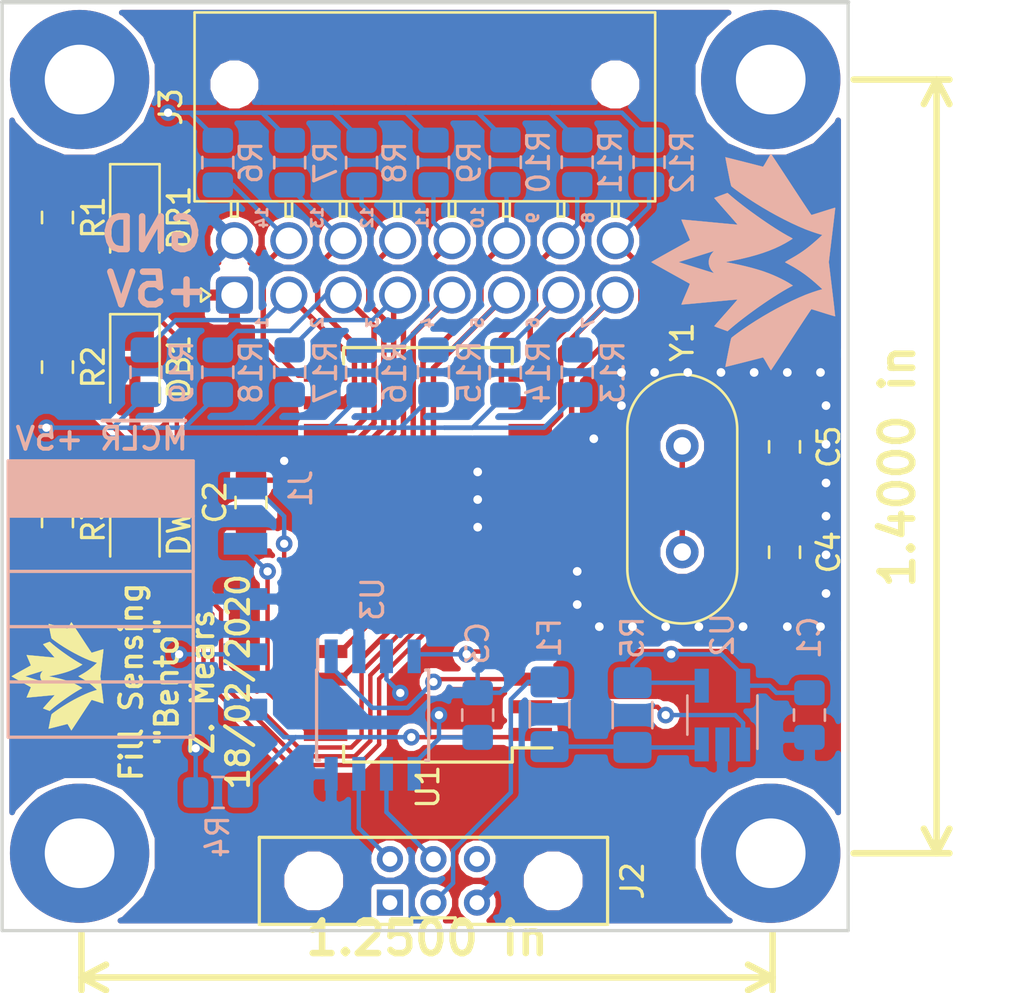
<source format=kicad_pcb>
(kicad_pcb (version 20171130) (host pcbnew "(5.0.1)-3")
  (layers (0 F.Cu signal) (31 B.Cu signal) (34 B.Paste user) (35 F.Paste user hide) (36 B.SilkS user) (37 F.SilkS user) (38 B.Mask user) (39 F.Mask user) (44 Edge.Cuts user))
  (net 0 "")
  (net 1 GND)
  (net 2 +5V)
  (net 3 "Net-(DB1-Pad1)")
  (net 4 "Net-(DR1-Pad1)")
  (net 5 "Net-(DW1-Pad1)")
  (net 6 "Net-(R1-Pad2)")
  (net 7 "Net-(R2-Pad2)")
  (net 8 "Net-(R3-Pad2)")
  (net 9 /~MCLR)
  (net 10 /HALL_14)
  (net 11 /HALL_13)
  (net 12 /HALL_12)
  (net 13 /HALL_11)
  (net 14 /HALL_10)
  (net 15 /HALL_9)
  (net 16 /HALL_8)
  (net 17 /HALL_7)
  (net 18 /HALL_6)
  (net 19 /HALL_5)
  (net 20 /HALL_4)
  (net 21 /HALL_3)
  (net 22 /HALL_2)
  (net 23 /HALL_1)
  (net 24 /CURR_AMP)
  (net 25 /OSC1)
  (net 26 /OSC2)
  (net 27 /CAN_TX)
  (net 28 /CAN_RX)
  (net 29 /ICSPCLK)
  (net 30 /ICSPDAT)
  (net 31 "Net-(F1-Pad1)")
  (net 32 "Net-(F1-Pad2)")
  (net 33 +12V)
  (net 34 CANL)
  (net 35 CANH)
  (module MountingHole:MountingHole_3.2mm_M3_Pad (layer F.Cu) (at 136.398 68.326)
    (fp_text reference REF** hide)
    (fp_text value MountingHole_3.2mm_M3_Pad)
    (pad 1 thru_hole circle (at 0 0) (size 6.4 6.4) (drill 3.2) (layers *.Cu *.Mask))
  )
  (module Connector_Molex:Molex_Nano-Fit_105314-xx16_2x08_P2.50mm_Horizontal (layer F.Cu) (at 111.76 78.232 90)
    (fp_text reference J3 (at 8.65 -2.92 90) (layer F.SilkS))
    (fp_text value "Hall Sensor Connector")
    (pad 1 thru_hole roundrect (at 0 0 90) (size 1.7 1.7) (drill 1.2) (layers *.Cu *.Mask) (roundrect_rratio 0.147059) (net 2 +5V))
    (pad 2 thru_hole circle (at 0 2.5 90) (size 1.7 1.7) (drill 1.2) (layers *.Cu *.Mask) (net 23 /HALL_1))
    (pad 3 thru_hole circle (at 0 5 90) (size 1.7 1.7) (drill 1.2) (layers *.Cu *.Mask) (net 22 /HALL_2))
    (pad 4 thru_hole circle (at 0 7.5 90) (size 1.7 1.7) (drill 1.2) (layers *.Cu *.Mask) (net 21 /HALL_3))
    (pad 5 thru_hole circle (at 0 10 90) (size 1.7 1.7) (drill 1.2) (layers *.Cu *.Mask) (net 20 /HALL_4))
    (pad 6 thru_hole circle (at 0 12.5 90) (size 1.7 1.7) (drill 1.2) (layers *.Cu *.Mask) (net 19 /HALL_5))
    (pad 7 thru_hole circle (at 0 15 90) (size 1.7 1.7) (drill 1.2) (layers *.Cu *.Mask) (net 18 /HALL_6))
    (pad 8 thru_hole circle (at 0 17.5 90) (size 1.7 1.7) (drill 1.2) (layers *.Cu *.Mask) (net 17 /HALL_7))
    (pad 9 thru_hole circle (at 2.5 0 90) (size 1.7 1.7) (drill 1.2) (layers *.Cu *.Mask) (net 1 GND))
    (pad 10 thru_hole circle (at 2.5 2.5 90) (size 1.7 1.7) (drill 1.2) (layers *.Cu *.Mask) (net 10 /HALL_14))
    (pad 11 thru_hole circle (at 2.5 5 90) (size 1.7 1.7) (drill 1.2) (layers *.Cu *.Mask) (net 11 /HALL_13))
    (pad 12 thru_hole circle (at 2.5 7.5 90) (size 1.7 1.7) (drill 1.2) (layers *.Cu *.Mask) (net 12 /HALL_12))
    (pad 13 thru_hole circle (at 2.5 10 90) (size 1.7 1.7) (drill 1.2) (layers *.Cu *.Mask) (net 13 /HALL_11))
    (pad 14 thru_hole circle (at 2.5 12.5 90) (size 1.7 1.7) (drill 1.2) (layers *.Cu *.Mask) (net 14 /HALL_10))
    (pad 15 thru_hole circle (at 2.5 15 90) (size 1.7 1.7) (drill 1.2) (layers *.Cu *.Mask) (net 15 /HALL_9))
    (pad 16 thru_hole circle (at 2.5 17.5 90) (size 1.7 1.7) (drill 1.2) (layers *.Cu *.Mask) (net 16 /HALL_8))
    (pad "" np_thru_hole circle (at 9.68 0 90) (size 1.7 1.7) (drill 1.7) (layers *.Cu *.Mask))
    (pad "" np_thru_hole circle (at 9.68 17.5 90) (size 1.7 1.7) (drill 1.7) (layers *.Cu *.Mask))
  )
  (module MountingHole:MountingHole_3.2mm_M3_Pad (layer F.Cu) (at 104.648 103.886)
    (fp_text reference REF** hide)
    (fp_text value MountingHole_3.2mm_M3_Pad)
    (pad 1 thru_hole circle (at 0 0) (size 6.4 6.4) (drill 3.2) (layers *.Cu *.Mask))
  )
  (module MountingHole:MountingHole_3.2mm_M3_Pad (layer F.Cu) (at 136.398 103.886)
    (fp_text reference REF** hide)
    (fp_text value MountingHole_3.2mm_M3_Pad)
    (pad 1 thru_hole circle (at 0 0) (size 6.4 6.4) (drill 3.2) (layers *.Cu *.Mask))
  )
  (module Package_SO:SOIC-28W_7.5x18.7mm_P1.27mm (layer F.Cu) (at 120.65 90.17 180)
    (fp_text reference U1 (at 0 -10.668 270) (layer F.SilkS))
    (fp_text value PIC18F26K83)
    (pad 1 smd rect (at -4.7 -8.255 180) (size 2 0.6) (layers F.Cu F.Paste F.Mask) (net 9 /~MCLR))
    (pad 2 smd rect (at -4.7 -6.985 180) (size 2 0.6) (layers F.Cu F.Paste F.Mask) (net 24 /CURR_AMP))
    (pad 3 smd rect (at -4.7 -5.715 180) (size 2 0.6) (layers F.Cu F.Paste F.Mask) (net 27 /CAN_TX))
    (pad 4 smd rect (at -4.7 -4.445 180) (size 2 0.6) (layers F.Cu F.Paste F.Mask) (net 28 /CAN_RX))
    (pad 5 smd rect (at -4.7 -3.175 180) (size 2 0.6) (layers F.Cu F.Paste F.Mask) (net 8 "Net-(R3-Pad2)"))
    (pad 6 smd rect (at -4.7 -1.905 180) (size 2 0.6) (layers F.Cu F.Paste F.Mask) (net 7 "Net-(R2-Pad2)"))
    (pad 7 smd rect (at -4.7 -0.635 180) (size 2 0.6) (layers F.Cu F.Paste F.Mask) (net 6 "Net-(R1-Pad2)"))
    (pad 8 smd rect (at -4.7 0.635 180) (size 2 0.6) (layers F.Cu F.Paste F.Mask) (net 1 GND))
    (pad 9 smd rect (at -4.7 1.905 180) (size 2 0.6) (layers F.Cu F.Paste F.Mask) (net 25 /OSC1))
    (pad 10 smd rect (at -4.7 3.175 180) (size 2 0.6) (layers F.Cu F.Paste F.Mask) (net 26 /OSC2))
    (pad 11 smd rect (at -4.7 4.445 180) (size 2 0.6) (layers F.Cu F.Paste F.Mask) (net 16 /HALL_8))
    (pad 12 smd rect (at -4.7 5.715 180) (size 2 0.6) (layers F.Cu F.Paste F.Mask) (net 17 /HALL_7))
    (pad 13 smd rect (at -4.7 6.985 180) (size 2 0.6) (layers F.Cu F.Paste F.Mask) (net 15 /HALL_9))
    (pad 14 smd rect (at -4.7 8.255 180) (size 2 0.6) (layers F.Cu F.Paste F.Mask) (net 18 /HALL_6))
    (pad 15 smd rect (at 4.7 8.255 180) (size 2 0.6) (layers F.Cu F.Paste F.Mask) (net 10 /HALL_14))
    (pad 16 smd rect (at 4.7 6.985 180) (size 2 0.6) (layers F.Cu F.Paste F.Mask) (net 23 /HALL_1))
    (pad 17 smd rect (at 4.7 5.715 180) (size 2 0.6) (layers F.Cu F.Paste F.Mask) (net 11 /HALL_13))
    (pad 18 smd rect (at 4.7 4.445 180) (size 2 0.6) (layers F.Cu F.Paste F.Mask) (net 22 /HALL_2))
    (pad 19 smd rect (at 4.7 3.175 180) (size 2 0.6) (layers F.Cu F.Paste F.Mask) (net 1 GND))
    (pad 20 smd rect (at 4.7 1.905 180) (size 2 0.6) (layers F.Cu F.Paste F.Mask) (net 2 +5V))
    (pad 21 smd rect (at 4.7 0.635 180) (size 2 0.6) (layers F.Cu F.Paste F.Mask) (net 12 /HALL_12))
    (pad 22 smd rect (at 4.7 -0.635 180) (size 2 0.6) (layers F.Cu F.Paste F.Mask) (net 21 /HALL_3))
    (pad 23 smd rect (at 4.7 -1.905 180) (size 2 0.6) (layers F.Cu F.Paste F.Mask) (net 13 /HALL_11))
    (pad 24 smd rect (at 4.7 -3.175 180) (size 2 0.6) (layers F.Cu F.Paste F.Mask) (net 20 /HALL_4))
    (pad 25 smd rect (at 4.7 -4.445 180) (size 2 0.6) (layers F.Cu F.Paste F.Mask) (net 14 /HALL_10))
    (pad 26 smd rect (at 4.7 -5.715 180) (size 2 0.6) (layers F.Cu F.Paste F.Mask) (net 19 /HALL_5))
    (pad 27 smd rect (at 4.7 -6.985 180) (size 2 0.6) (layers F.Cu F.Paste F.Mask) (net 29 /ICSPCLK))
    (pad 28 smd rect (at 4.7 -8.255 180) (size 2 0.6) (layers F.Cu F.Paste F.Mask) (net 30 /ICSPDAT))
  )
  (module Capacitor_SMD:C_0805_2012Metric_Pad1.15x1.40mm_HandSolder (layer B.Cu) (at 138.176 97.536 90)
    (fp_text reference C1 (at 3.556 0 270) (layer B.SilkS) (effects (justify mirror)))
    (fp_text value 0.1uF)
    (pad 1 smd roundrect (at -1.025 0 90) (size 1.15 1.4) (layers B.Cu B.Paste B.Mask) (roundrect_rratio 0.217391) (net 1 GND))
    (pad 2 smd roundrect (at 1.025 0 90) (size 1.15 1.4) (layers B.Cu B.Paste B.Mask) (roundrect_rratio 0.217391) (net 2 +5V))
  )
  (module Capacitor_SMD:C_0805_2012Metric_Pad1.15x1.40mm_HandSolder (layer F.Cu) (at 112.522 87.766 90)
    (fp_text reference C2 (at 0.009 -1.651 270) (layer F.SilkS))
    (fp_text value 0.1uF)
    (pad 1 smd roundrect (at -1.025 0 90) (size 1.15 1.4) (layers F.Cu F.Paste F.Mask) (roundrect_rratio 0.217391) (net 2 +5V))
    (pad 2 smd roundrect (at 1.025 0 90) (size 1.15 1.4) (layers F.Cu F.Paste F.Mask) (roundrect_rratio 0.217391) (net 1 GND))
  )
  (module Capacitor_SMD:C_0805_2012Metric_Pad1.15x1.40mm_HandSolder (layer B.Cu) (at 122.936 97.536 90)
    (fp_text reference C3 (at 3.302 0 90) (layer B.SilkS) (effects (justify mirror)))
    (fp_text value 10uF)
    (pad 2 smd roundrect (at 1.025 0 90) (size 1.15 1.4) (layers B.Cu B.Paste B.Mask) (roundrect_rratio 0.217391) (net 1 GND))
    (pad 1 smd roundrect (at -1.025 0 90) (size 1.15 1.4) (layers B.Cu B.Paste B.Mask) (roundrect_rratio 0.217391) (net 2 +5V))
  )
  (module LED_SMD:LED_1206_3216Metric_Pad1.42x1.75mm_HandSolder (layer F.Cu) (at 107.188 81.5705 270)
    (fp_text reference DB1 (at -0.0365 -2.032 270) (layer F.SilkS))
    (fp_text value LED)
    (pad 2 smd roundrect (at 1.4875 0 270) (size 1.425 1.75) (layers F.Cu F.Paste F.Mask) (roundrect_rratio 0.175439) (net 2 +5V))
    (pad 1 smd roundrect (at -1.4875 0 270) (size 1.425 1.75) (layers F.Cu F.Paste F.Mask) (roundrect_rratio 0.175439) (net 3 "Net-(DB1-Pad1)"))
  )
  (module LED_SMD:LED_1206_3216Metric_Pad1.42x1.75mm_HandSolder (layer F.Cu) (at 107.188 74.676 270)
    (fp_text reference DR1 (at 0 -2.032 270) (layer F.SilkS))
    (fp_text value LED)
    (pad 1 smd roundrect (at -1.4875 0 270) (size 1.425 1.75) (layers F.Cu F.Paste F.Mask) (roundrect_rratio 0.175439) (net 4 "Net-(DR1-Pad1)"))
    (pad 2 smd roundrect (at 1.4875 0 270) (size 1.425 1.75) (layers F.Cu F.Paste F.Mask) (roundrect_rratio 0.175439) (net 2 +5V))
  )
  (module LED_SMD:LED_1206_3216Metric_Pad1.42x1.75mm_HandSolder (layer F.Cu) (at 107.188 88.646 270)
    (fp_text reference DW1 (at 0.0365 -2.032 270) (layer F.SilkS))
    (fp_text value LED)
    (pad 1 smd roundrect (at -1.4875 0 270) (size 1.425 1.75) (layers F.Cu F.Paste F.Mask) (roundrect_rratio 0.175439) (net 5 "Net-(DW1-Pad1)"))
    (pad 2 smd roundrect (at 1.4875 0 270) (size 1.425 1.75) (layers F.Cu F.Paste F.Mask) (roundrect_rratio 0.175439) (net 2 +5V))
  )
  (module Resistor_SMD:R_0805_2012Metric_Pad1.15x1.40mm_HandSolder (layer F.Cu) (at 103.632 74.667 270)
    (fp_text reference R1 (at 0 -1.65 270) (layer F.SilkS))
    (fp_text value 330R)
    (pad 2 smd roundrect (at 1.025 0 270) (size 1.15 1.4) (layers F.Cu F.Paste F.Mask) (roundrect_rratio 0.217391) (net 6 "Net-(R1-Pad2)"))
    (pad 1 smd roundrect (at -1.025 0 270) (size 1.15 1.4) (layers F.Cu F.Paste F.Mask) (roundrect_rratio 0.217391) (net 4 "Net-(DR1-Pad1)"))
  )
  (module Resistor_SMD:R_0805_2012Metric_Pad1.15x1.40mm_HandSolder (layer F.Cu) (at 103.632 81.543 270)
    (fp_text reference R2 (at 0 -1.65 270) (layer F.SilkS))
    (fp_text value 330R)
    (pad 1 smd roundrect (at -1.025 0 270) (size 1.15 1.4) (layers F.Cu F.Paste F.Mask) (roundrect_rratio 0.217391) (net 3 "Net-(DB1-Pad1)"))
    (pad 2 smd roundrect (at 1.025 0 270) (size 1.15 1.4) (layers F.Cu F.Paste F.Mask) (roundrect_rratio 0.217391) (net 7 "Net-(R2-Pad2)"))
  )
  (module Resistor_SMD:R_0805_2012Metric_Pad1.15x1.40mm_HandSolder (layer F.Cu) (at 103.632 88.637 270)
    (fp_text reference R3 (at 0 -1.65 270) (layer F.SilkS))
    (fp_text value 330R)
    (pad 2 smd roundrect (at 1.025 0 270) (size 1.15 1.4) (layers F.Cu F.Paste F.Mask) (roundrect_rratio 0.217391) (net 8 "Net-(R3-Pad2)"))
    (pad 1 smd roundrect (at -1.025 0 270) (size 1.15 1.4) (layers F.Cu F.Paste F.Mask) (roundrect_rratio 0.217391) (net 5 "Net-(DW1-Pad1)"))
  )
  (module Resistor_SMD:R_0805_2012Metric_Pad1.15x1.40mm_HandSolder (layer B.Cu) (at 111.007 101.092)
    (fp_text reference R4 (at -0.009 2.032 90) (layer B.SilkS) (effects (justify mirror)))
    (fp_text value 10K)
    (pad 1 smd roundrect (at -1.025 0) (size 1.15 1.4) (layers B.Cu B.Paste B.Mask) (roundrect_rratio 0.217391) (net 2 +5V))
    (pad 2 smd roundrect (at 1.025 0) (size 1.15 1.4) (layers B.Cu B.Paste B.Mask) (roundrect_rratio 0.217391) (net 9 /~MCLR))
  )
  (module Resistor_SMD:R_0805_2012Metric_Pad1.15x1.40mm_HandSolder (layer B.Cu) (at 110.998 72.145 270)
    (fp_text reference R6 (at -0.009 -1.524 270) (layer B.SilkS) (effects (justify mirror)))
    (fp_text value 10K)
    (pad 1 smd roundrect (at -1.025 0 270) (size 1.15 1.4) (layers B.Cu B.Paste B.Mask) (roundrect_rratio 0.217391) (net 2 +5V))
    (pad 2 smd roundrect (at 1.025 0 270) (size 1.15 1.4) (layers B.Cu B.Paste B.Mask) (roundrect_rratio 0.217391) (net 10 /HALL_14))
  )
  (module Resistor_SMD:R_0805_2012Metric_Pad1.15x1.40mm_HandSolder (layer B.Cu) (at 114.3 72.145 270)
    (fp_text reference R7 (at 0 -1.651 270) (layer B.SilkS) (effects (justify mirror)))
    (fp_text value 10K)
    (pad 2 smd roundrect (at 1.025 0 270) (size 1.15 1.4) (layers B.Cu B.Paste B.Mask) (roundrect_rratio 0.217391) (net 11 /HALL_13))
    (pad 1 smd roundrect (at -1.025 0 270) (size 1.15 1.4) (layers B.Cu B.Paste B.Mask) (roundrect_rratio 0.217391) (net 2 +5V))
  )
  (module Resistor_SMD:R_0805_2012Metric_Pad1.15x1.40mm_HandSolder (layer B.Cu) (at 117.602 72.145 270)
    (fp_text reference R8 (at 0 -1.524 270) (layer B.SilkS) (effects (justify mirror)))
    (fp_text value 10K)
    (pad 1 smd roundrect (at -1.025 0 270) (size 1.15 1.4) (layers B.Cu B.Paste B.Mask) (roundrect_rratio 0.217391) (net 2 +5V))
    (pad 2 smd roundrect (at 1.025 0 270) (size 1.15 1.4) (layers B.Cu B.Paste B.Mask) (roundrect_rratio 0.217391) (net 12 /HALL_12))
  )
  (module Resistor_SMD:R_0805_2012Metric_Pad1.15x1.40mm_HandSolder (layer B.Cu) (at 120.904 72.136 270)
    (fp_text reference R9 (at 0 -1.651 270) (layer B.SilkS) (effects (justify mirror)))
    (fp_text value 10K)
    (pad 2 smd roundrect (at 1.025 0 270) (size 1.15 1.4) (layers B.Cu B.Paste B.Mask) (roundrect_rratio 0.217391) (net 13 /HALL_11))
    (pad 1 smd roundrect (at -1.025 0 270) (size 1.15 1.4) (layers B.Cu B.Paste B.Mask) (roundrect_rratio 0.217391) (net 2 +5V))
  )
  (module Resistor_SMD:R_0805_2012Metric_Pad1.15x1.40mm_HandSolder (layer B.Cu) (at 124.206 72.127 270)
    (fp_text reference R10 (at -0.009 -1.524 270) (layer B.SilkS) (effects (justify mirror)))
    (fp_text value 10K)
    (pad 1 smd roundrect (at -1.025 0 270) (size 1.15 1.4) (layers B.Cu B.Paste B.Mask) (roundrect_rratio 0.217391) (net 2 +5V))
    (pad 2 smd roundrect (at 1.025 0 270) (size 1.15 1.4) (layers B.Cu B.Paste B.Mask) (roundrect_rratio 0.217391) (net 14 /HALL_10))
  )
  (module Resistor_SMD:R_0805_2012Metric_Pad1.15x1.40mm_HandSolder (layer B.Cu) (at 127.508 72.127 270)
    (fp_text reference R11 (at 0.009 -1.524 270) (layer B.SilkS) (effects (justify mirror)))
    (fp_text value 10K)
    (pad 2 smd roundrect (at 1.025 0 270) (size 1.15 1.4) (layers B.Cu B.Paste B.Mask) (roundrect_rratio 0.217391) (net 15 /HALL_9))
    (pad 1 smd roundrect (at -1.025 0 270) (size 1.15 1.4) (layers B.Cu B.Paste B.Mask) (roundrect_rratio 0.217391) (net 2 +5V))
  )
  (module Resistor_SMD:R_0805_2012Metric_Pad1.15x1.40mm_HandSolder (layer B.Cu) (at 130.81 72.127 270)
    (fp_text reference R12 (at 0.009 -1.524 270) (layer B.SilkS) (effects (justify mirror)))
    (fp_text value 10K)
    (pad 1 smd roundrect (at -1.025 0 270) (size 1.15 1.4) (layers B.Cu B.Paste B.Mask) (roundrect_rratio 0.217391) (net 2 +5V))
    (pad 2 smd roundrect (at 1.025 0 270) (size 1.15 1.4) (layers B.Cu B.Paste B.Mask) (roundrect_rratio 0.217391) (net 16 /HALL_8))
  )
  (module Resistor_SMD:R_0805_2012Metric_Pad1.15x1.40mm_HandSolder (layer B.Cu) (at 127.508 81.779 90)
    (fp_text reference R13 (at 0 1.65 90) (layer B.SilkS) (effects (justify mirror)))
    (fp_text value 10K)
    (pad 2 smd roundrect (at 1.025 0 90) (size 1.15 1.4) (layers B.Cu B.Paste B.Mask) (roundrect_rratio 0.217391) (net 17 /HALL_7))
    (pad 1 smd roundrect (at -1.025 0 90) (size 1.15 1.4) (layers B.Cu B.Paste B.Mask) (roundrect_rratio 0.217391) (net 2 +5V))
  )
  (module Resistor_SMD:R_0805_2012Metric_Pad1.15x1.40mm_HandSolder (layer B.Cu) (at 124.206 81.797 90)
    (fp_text reference R14 (at 0.009 1.524 90) (layer B.SilkS) (effects (justify mirror)))
    (fp_text value 10K)
    (pad 1 smd roundrect (at -1.025 0 90) (size 1.15 1.4) (layers B.Cu B.Paste B.Mask) (roundrect_rratio 0.217391) (net 2 +5V))
    (pad 2 smd roundrect (at 1.025 0 90) (size 1.15 1.4) (layers B.Cu B.Paste B.Mask) (roundrect_rratio 0.217391) (net 18 /HALL_6))
  )
  (module Resistor_SMD:R_0805_2012Metric_Pad1.15x1.40mm_HandSolder (layer B.Cu) (at 120.904 81.779 90)
    (fp_text reference R15 (at 0 1.65 90) (layer B.SilkS) (effects (justify mirror)))
    (fp_text value 10K)
    (pad 2 smd roundrect (at 1.025 0 90) (size 1.15 1.4) (layers B.Cu B.Paste B.Mask) (roundrect_rratio 0.217391) (net 19 /HALL_5))
    (pad 1 smd roundrect (at -1.025 0 90) (size 1.15 1.4) (layers B.Cu B.Paste B.Mask) (roundrect_rratio 0.217391) (net 2 +5V))
  )
  (module Resistor_SMD:R_0805_2012Metric_Pad1.15x1.40mm_HandSolder (layer B.Cu) (at 117.602 81.797 90)
    (fp_text reference R16 (at 0 1.524 90) (layer B.SilkS) (effects (justify mirror)))
    (fp_text value 10K)
    (pad 1 smd roundrect (at -1.025 0 90) (size 1.15 1.4) (layers B.Cu B.Paste B.Mask) (roundrect_rratio 0.217391) (net 2 +5V))
    (pad 2 smd roundrect (at 1.025 0 90) (size 1.15 1.4) (layers B.Cu B.Paste B.Mask) (roundrect_rratio 0.217391) (net 20 /HALL_4))
  )
  (module Resistor_SMD:R_0805_2012Metric_Pad1.15x1.40mm_HandSolder (layer B.Cu) (at 114.3 81.779 90)
    (fp_text reference R17 (at 0 1.65 90) (layer B.SilkS) (effects (justify mirror)))
    (fp_text value 10K)
    (pad 2 smd roundrect (at 1.025 0 90) (size 1.15 1.4) (layers B.Cu B.Paste B.Mask) (roundrect_rratio 0.217391) (net 21 /HALL_3))
    (pad 1 smd roundrect (at -1.025 0 90) (size 1.15 1.4) (layers B.Cu B.Paste B.Mask) (roundrect_rratio 0.217391) (net 2 +5V))
  )
  (module Resistor_SMD:R_0805_2012Metric_Pad1.15x1.40mm_HandSolder (layer B.Cu) (at 110.998 81.779 90)
    (fp_text reference R18 (at -0.009 1.524 90) (layer B.SilkS) (effects (justify mirror)))
    (fp_text value 10K)
    (pad 1 smd roundrect (at -1.025 0 90) (size 1.15 1.4) (layers B.Cu B.Paste B.Mask) (roundrect_rratio 0.217391) (net 2 +5V))
    (pad 2 smd roundrect (at 1.025 0 90) (size 1.15 1.4) (layers B.Cu B.Paste B.Mask) (roundrect_rratio 0.217391) (net 22 /HALL_2))
  )
  (module Resistor_SMD:R_0805_2012Metric_Pad1.15x1.40mm_HandSolder (layer B.Cu) (at 107.696 81.779 90)
    (fp_text reference R19 (at 0 1.65 90) (layer B.SilkS) (effects (justify mirror)))
    (fp_text value 10K)
    (pad 2 smd roundrect (at 1.025 0 90) (size 1.15 1.4) (layers B.Cu B.Paste B.Mask) (roundrect_rratio 0.217391) (net 23 /HALL_1))
    (pad 1 smd roundrect (at -1.025 0 90) (size 1.15 1.4) (layers B.Cu B.Paste B.Mask) (roundrect_rratio 0.217391) (net 2 +5V))
  )
  (module Fuse:Fuse_1206_3216Metric_Pad1.42x1.75mm_HandSolder (layer B.Cu) (at 126.238 97.4995 270)
    (fp_text reference F1 (at -3.5195 0 270) (layer B.SilkS) (effects (justify mirror)))
    (fp_text value Polyfuse)
    (pad 1 smd roundrect (at -1.4875 0 270) (size 1.425 1.75) (layers B.Cu B.Paste B.Mask) (roundrect_rratio 0.175439) (net 31 "Net-(F1-Pad1)"))
    (pad 2 smd roundrect (at 1.4875 0 270) (size 1.425 1.75) (layers B.Cu B.Paste B.Mask) (roundrect_rratio 0.175439) (net 32 "Net-(F1-Pad2)"))
  )
  (module canhw_footprints:PinHeader_5x2.54_SMD_90deg_952-3198-1-ND (layer B.Cu) (at 112.268 87.122 270)
    (fp_text reference J1 (at 0 -2.54 270) (layer B.SilkS) (effects (justify mirror)))
    (fp_text value "Programming Header")
    (pad 1 smd rect (at 0 0 270) (size 1 2) (layers B.Cu B.Paste B.Mask) (net 29 /ICSPCLK))
    (pad 2 smd rect (at 2.54 0 270) (size 1 2) (layers B.Cu B.Paste B.Mask) (net 30 /ICSPDAT))
    (pad 3 smd rect (at 5.08 0 270) (size 1 2) (layers B.Cu B.Paste B.Mask) (net 1 GND))
    (pad 4 smd rect (at 7.62 0 270) (size 1 2) (layers B.Cu B.Paste B.Mask) (net 2 +5V))
    (pad 5 smd rect (at 10.16 0 270) (size 1 2) (layers B.Cu B.Paste B.Mask) (net 9 /~MCLR))
  )
  (module canhw_footprints:connector_Harwin_M80-5000642 (layer F.Cu) (at 120.904 105.156)
    (fp_text reference J2 (at 9.144 0 90) (layer F.SilkS))
    (fp_text value "CAN Connector")
    (pad 2 thru_hole circle (at 0 1) (size 1.2 1.2) (drill 0.68) (layers *.Cu *.Mask) (net 31 "Net-(F1-Pad1)"))
    (pad 1 thru_hole rect (at -2 1) (size 1.2 1.2) (drill 0.68) (layers *.Cu *.Mask) (net 33 +12V))
    (pad 3 thru_hole circle (at 2 1) (size 1.2 1.2) (drill 0.68) (layers *.Cu *.Mask) (net 1 GND))
    (pad 6 thru_hole circle (at 2 -1) (size 1.2 1.2) (drill 0.68) (layers *.Cu *.Mask))
    (pad 5 thru_hole circle (at 0 -1) (size 1.2 1.2) (drill 0.68) (layers *.Cu *.Mask) (net 34 CANL))
    (pad 4 thru_hole circle (at -2 -1) (size 1.2 1.2) (drill 0.68) (layers *.Cu *.Mask) (net 35 CANH))
    (pad "" np_thru_hole circle (at 5.5 0) (size 2.2 2.2) (drill 2.2) (layers *.Cu *.Mask))
    (pad "" np_thru_hole circle (at -5.5 0) (size 2.2 2.2) (drill 2.2) (layers *.Cu *.Mask))
  )
  (module Resistor_SMD:R_1206_3216Metric_Pad1.42x1.75mm_HandSolder (layer B.Cu) (at 130.048 97.536 270)
    (fp_text reference R5 (at -3.556 0 90) (layer B.SilkS) (effects (justify mirror)))
    (fp_text value 200mR)
    (pad 1 smd roundrect (at -1.4875 0 270) (size 1.425 1.75) (layers B.Cu B.Paste B.Mask) (roundrect_rratio 0.175439) (net 2 +5V))
    (pad 2 smd roundrect (at 1.4875 0 270) (size 1.425 1.75) (layers B.Cu B.Paste B.Mask) (roundrect_rratio 0.175439) (net 32 "Net-(F1-Pad2)"))
  )
  (module Package_TO_SOT_SMD:SOT-23-5_HandSoldering (layer B.Cu) (at 134.178 97.536 90)
    (fp_text reference U2 (at 3.683 0 90) (layer B.SilkS) (effects (justify mirror)))
    (fp_text value INA180)
    (pad 1 smd rect (at -1.35 0.95 90) (size 1.56 0.65) (layers B.Cu B.Paste B.Mask) (net 24 /CURR_AMP))
    (pad 2 smd rect (at -1.35 0 90) (size 1.56 0.65) (layers B.Cu B.Paste B.Mask) (net 1 GND))
    (pad 3 smd rect (at -1.35 -0.95 90) (size 1.56 0.65) (layers B.Cu B.Paste B.Mask) (net 32 "Net-(F1-Pad2)"))
    (pad 4 smd rect (at 1.35 -0.95 90) (size 1.56 0.65) (layers B.Cu B.Paste B.Mask) (net 2 +5V))
    (pad 5 smd rect (at 1.35 0.95 90) (size 1.56 0.65) (layers B.Cu B.Paste B.Mask) (net 2 +5V))
  )
  (module Package_SO:SOIC-8_3.9x4.9mm_P1.27mm (layer B.Cu) (at 118.11 97.536 270)
    (fp_text reference U3 (at -5.334 0 270) (layer B.SilkS) (effects (justify mirror)))
    (fp_text value MCP2562)
    (pad 1 smd rect (at -2.7 1.905 270) (size 1.55 0.6) (layers B.Cu B.Paste B.Mask) (net 27 /CAN_TX))
    (pad 2 smd rect (at -2.7 0.635 270) (size 1.55 0.6) (layers B.Cu B.Paste B.Mask) (net 1 GND))
    (pad 3 smd rect (at -2.7 -0.635 270) (size 1.55 0.6) (layers B.Cu B.Paste B.Mask) (net 2 +5V))
    (pad 4 smd rect (at -2.7 -1.905 270) (size 1.55 0.6) (layers B.Cu B.Paste B.Mask) (net 28 /CAN_RX))
    (pad 5 smd rect (at 2.7 -1.905 270) (size 1.55 0.6) (layers B.Cu B.Paste B.Mask) (net 2 +5V))
    (pad 6 smd rect (at 2.7 -0.635 270) (size 1.55 0.6) (layers B.Cu B.Paste B.Mask) (net 34 CANL))
    (pad 7 smd rect (at 2.7 0.635 270) (size 1.55 0.6) (layers B.Cu B.Paste B.Mask) (net 35 CANH))
    (pad 8 smd rect (at 2.7 1.905 270) (size 1.55 0.6) (layers B.Cu B.Paste B.Mask) (net 1 GND))
  )
  (module Capacitor_SMD:C_0805_2012Metric_Pad1.15x1.40mm_HandSolder (layer F.Cu) (at 137.033 90.052 270)
    (fp_text reference C4 (at 0 -2.032 90) (layer F.SilkS))
    (fp_text value 26pF)
    (pad 2 smd roundrect (at 1.025 0 270) (size 1.15 1.4) (layers F.Cu F.Paste F.Mask) (roundrect_rratio 0.217391) (net 1 GND))
    (pad 1 smd roundrect (at -1.025 0 270) (size 1.15 1.4) (layers F.Cu F.Paste F.Mask) (roundrect_rratio 0.217391) (net 25 /OSC1))
  )
  (module Capacitor_SMD:C_0805_2012Metric_Pad1.15x1.40mm_HandSolder (layer F.Cu) (at 137.033 85.208 90)
    (fp_text reference C5 (at 0 2.032 270) (layer F.SilkS))
    (fp_text value 26pF)
    (pad 1 smd roundrect (at -1.025 0 90) (size 1.15 1.4) (layers F.Cu F.Paste F.Mask) (roundrect_rratio 0.217391) (net 26 /OSC2))
    (pad 2 smd roundrect (at 1.025 0 90) (size 1.15 1.4) (layers F.Cu F.Paste F.Mask) (roundrect_rratio 0.217391) (net 1 GND))
  )
  (module Crystal:Crystal_HC49-4H_Vertical (layer F.Cu) (at 132.334 90.043 90)
    (fp_text reference Y1 (at 9.652 0 270) (layer F.SilkS))
    (fp_text value Crystal)
    (pad 1 thru_hole circle (at 0 0 90) (size 1.5 1.5) (drill 0.8) (layers *.Cu *.Mask) (net 25 /OSC1))
    (pad 2 thru_hole circle (at 4.88 0 90) (size 1.5 1.5) (drill 0.8) (layers *.Cu *.Mask) (net 26 /OSC2))
  )
  (module MountingHole:MountingHole_3.2mm_M3_Pad (layer F.Cu) (at 104.648 68.326)
    (fp_text reference REF** hide)
    (fp_text value MountingHole_3.2mm_M3_Pad)
    (pad 1 thru_hole circle (at 0 0) (size 6.4 6.4) (drill 3.2) (layers *.Cu *.Mask))
  )
  (module Team_Logo:Logo_SilkScreen_5mm (layer F.Cu) (at 103.632 95.758 90)
    (fp_text reference G*** hide)
    (fp_text value LOGO hide)
  )
  (module Team_Logo:Logo_SilkScreen_10mm (layer B.Cu) (at 135.128 76.708 270)
    (fp_text reference G*** hide)
    (fp_text value LOGO hide)
  )
  (gr_text 13 (at 115.57 74.676 90) (layer B.SilkS) (effects (font (size 0.508 0.508) (thickness 0.127)) (justify mirror)))
  (gr_text 12 (at 117.856 74.676 90) (layer B.SilkS) (effects (font (size 0.508 0.508) (thickness 0.127)) (justify mirror)))
  (gr_text 11 (at 120.396 74.676 90) (layer B.SilkS) (effects (font (size 0.508 0.508) (thickness 0.127)) (justify mirror)))
  (gr_text 10 (at 122.936 74.676 90) (layer B.SilkS) (effects (font (size 0.508 0.508) (thickness 0.127)) (justify mirror)))
  (gr_text 9 (at 125.476 74.676 90) (layer B.SilkS) (effects (font (size 0.508 0.508) (thickness 0.127)) (justify mirror)))
  (gr_text 8 (at 128.016 74.676 90) (layer B.SilkS) (effects (font (size 0.508 0.508) (thickness 0.127)) (justify mirror)))
  (gr_text 7 (at 128.016 79.502 90) (layer B.SilkS) (effects (font (size 0.508 0.508) (thickness 0.127)) (justify mirror)))
  (gr_text 6 (at 125.476 79.502 90) (layer B.SilkS) (effects (font (size 0.508 0.508) (thickness 0.127)) (justify mirror)))
  (gr_text 5 (at 122.936 79.502 90) (layer B.SilkS) (effects (font (size 0.508 0.508) (thickness 0.127)) (justify mirror)))
  (gr_text 4 (at 120.65 79.502 90) (layer B.SilkS) (effects (font (size 0.508 0.508) (thickness 0.127)) (justify mirror)))
  (gr_text 3 (at 118.11 79.502 90) (layer B.SilkS) (effects (font (size 0.508 0.508) (thickness 0.127)) (justify mirror)))
  (gr_text 2 (at 115.57 79.502 90) (layer B.SilkS) (effects (font (size 0.508 0.508) (thickness 0.127)) (justify mirror)))
  (gr_text 1 (at 113.03 79.502 90) (layer B.SilkS) (effects (font (size 0.508 0.508) (thickness 0.127)) (justify mirror)))
  (gr_text 14 (at 113.03 74.676 90) (layer B.SilkS) (effects (font (size 0.508 0.508) (thickness 0.127)) (justify mirror)))
  (gr_text +5V (at 108.204 77.978) (layer B.SilkS) (effects (font (size 1.5 1.5) (thickness 0.3)) (justify mirror)))
  (gr_text GND (at 107.95 75.438) (layer B.SilkS) (effects (font (size 1.5 1.5) (thickness 0.3)) (justify mirror)))
  (gr_text "~MCLR~ +5V" (at 105.664 84.836) (layer B.SilkS) (effects (font (size 1.016 1.016) (thickness 0.1778)) (justify mirror)))
  (gr_text "Fill Sensing\n\"Bento\"\nZ. Mears\n18/02/2020" (at 109.474 96.012 90) (layer F.SilkS) (effects (font (size 1.016 1.016) (thickness 0.1778))))
  (dimension 35.56 (width 0.3) (layer F.SilkS) (gr_text "1.4000 in" (at 146.118 86.106 90) (layer F.SilkS) (effects (font (size 1.5 1.5) (thickness 0.3)))) (feature1 (pts (xy 140.208 68.326) (xy 144.604421 68.326))) (feature2 (pts (xy 140.208 103.886) (xy 144.604421 103.886))) (crossbar (pts (xy 144.018 103.886) (xy 144.018 68.326))) (arrow1a (pts (xy 144.018 68.326) (xy 144.604421 69.452504))) (arrow1b (pts (xy 144.018 68.326) (xy 143.431579 69.452504))) (arrow2a (pts (xy 144.018 103.886) (xy 144.604421 102.759496))) (arrow2b (pts (xy 144.018 103.886) (xy 143.431579 102.759496))))
  (dimension 31.75 (width 0.3) (layer F.SilkS) (gr_text "1.2500 in" (at 120.60945 111.694769) (layer F.SilkS) (effects (font (size 1.5 1.5) (thickness 0.3)))) (feature1 (pts (xy 136.48445 107.56277) (xy 136.48445 110.18119))) (feature2 (pts (xy 104.73445 107.56277) (xy 104.73445 110.18119))) (crossbar (pts (xy 104.73445 109.594769) (xy 136.48445 109.594769))) (arrow1a (pts (xy 136.48445 109.594769) (xy 135.357946 110.18119))) (arrow1b (pts (xy 136.48445 109.594769) (xy 135.357946 109.008348))) (arrow2a (pts (xy 104.73445 109.594769) (xy 105.860954 110.18119))) (arrow2b (pts (xy 104.73445 109.594769) (xy 105.860954 109.008348))))
  (gr_line (start 139.954 107.442) (end 139.954 64.77) (layer Edge.Cuts) (width 0.15))
  (gr_line (start 101.092 107.442) (end 139.954 107.442) (layer Edge.Cuts) (width 0.15))
  (gr_line (start 101.092 64.77) (end 101.092 107.442) (layer Edge.Cuts) (width 0.15))
  (gr_line (start 101.092 64.77) (end 139.954 64.77) (layer Edge.Cuts) (width 0.2))
  (segment (start 114.046 86.741) (end 112.522 86.741) (width 0.25) (layer F.Cu) (net 1))
  (segment (start 115.95 86.995) (end 114.3 86.995) (width 0.25) (layer F.Cu) (net 1))
  (segment (start 114.3 86.995) (end 114.046 86.741) (width 0.25) (layer F.Cu) (net 1))
  (segment (start 136.409628 83.559628) (end 137.033 84.183) (width 0.25) (layer F.Cu) (net 1))
  (segment (start 129.546372 83.559628) (end 136.409628 83.559628) (width 0.25) (layer F.Cu) (net 1))
  (segment (start 124.206 86.36) (end 126.746 86.36) (width 0.25) (layer F.Cu) (net 1))
  (segment (start 126.746 86.36) (end 128.27 84.836) (width 0.25) (layer F.Cu) (net 1))
  (segment (start 124.024999 86.541001) (end 124.206 86.36) (width 0.25) (layer F.Cu) (net 1))
  (segment (start 137.033 91.077) (end 136.409628 91.700372) (width 0.25) (layer F.Cu) (net 1))
  (segment (start 129.546372 91.700372) (end 126.736001 88.890001) (width 0.25) (layer F.Cu) (net 1))
  (segment (start 136.409628 91.700372) (end 129.546372 91.700372) (width 0.25) (layer F.Cu) (net 1))
  (segment (start 126.736001 88.890001) (end 124.196001 88.890001) (width 0.25) (layer F.Cu) (net 1))
  (segment (start 124.196001 88.890001) (end 124.024999 88.718999) (width 0.25) (layer F.Cu) (net 1))
  (segment (start 124.024999 88.718999) (end 124.024999 86.541001) (width 0.25) (layer F.Cu) (net 1))
  (via (at 122.936 87.63) (size 0.8) (drill 0.4) (layers F.Cu B.Cu) (net 1))
  (via (at 122.936 86.36) (size 0.8) (drill 0.4) (layers F.Cu B.Cu) (net 1))
  (via (at 122.936 88.9) (size 0.8) (drill 0.4) (layers F.Cu B.Cu) (net 1))
  (via (at 138.684 81.788) (size 0.8) (drill 0.4) (layers F.Cu B.Cu) (net 1))
  (via (at 138.938 83.312) (size 0.8) (drill 0.4) (layers F.Cu B.Cu) (net 1))
  (via (at 138.938 85.09) (size 0.8) (drill 0.4) (layers F.Cu B.Cu) (net 1))
  (via (at 138.938 86.868) (size 0.8) (drill 0.4) (layers F.Cu B.Cu) (net 1))
  (via (at 138.938 88.392) (size 0.8) (drill 0.4) (layers F.Cu B.Cu) (net 1))
  (via (at 138.938 90.17) (size 0.8) (drill 0.4) (layers F.Cu B.Cu) (net 1))
  (via (at 138.938 91.948) (size 0.8) (drill 0.4) (layers F.Cu B.Cu) (net 1))
  (via (at 138.684 93.472) (size 0.8) (drill 0.4) (layers F.Cu B.Cu) (net 1))
  (via (at 137.16 93.472) (size 0.8) (drill 0.4) (layers F.Cu B.Cu) (net 1))
  (via (at 135.128 93.472) (size 0.8) (drill 0.4) (layers F.Cu B.Cu) (net 1))
  (via (at 133.096 93.472) (size 0.8) (drill 0.4) (layers F.Cu B.Cu) (net 1))
  (via (at 131.572 93.472) (size 0.8) (drill 0.4) (layers F.Cu B.Cu) (net 1))
  (via (at 130.048 93.472) (size 0.8) (drill 0.4) (layers F.Cu B.Cu) (net 1))
  (via (at 128.524 93.472) (size 0.8) (drill 0.4) (layers F.Cu B.Cu) (net 1))
  (via (at 127.508 90.932) (size 0.8) (drill 0.4) (layers F.Cu B.Cu) (net 1))
  (via (at 127.508 92.456) (size 0.8) (drill 0.4) (layers F.Cu B.Cu) (net 1))
  (via (at 137.16 81.788) (size 0.8) (drill 0.4) (layers F.Cu B.Cu) (net 1))
  (via (at 135.636 81.788) (size 0.8) (drill 0.4) (layers F.Cu B.Cu) (net 1))
  (via (at 134.112 81.788) (size 0.8) (drill 0.4) (layers F.Cu B.Cu) (net 1))
  (via (at 132.588 81.788) (size 0.8) (drill 0.4) (layers F.Cu B.Cu) (net 1))
  (via (at 131.064 81.788) (size 0.8) (drill 0.4) (layers F.Cu B.Cu) (net 1))
  (via (at 129.54 81.788) (size 0.8) (drill 0.4) (layers F.Cu B.Cu) (net 1))
  (via (at 129.54 83.312) (size 0.8) (drill 0.4) (layers F.Cu B.Cu) (net 1))
  (segment (start 128.27 84.836) (end 129.546372 83.559628) (width 0.25) (layer F.Cu) (net 1))
  (via (at 128.27 84.836) (size 0.8) (drill 0.4) (layers F.Cu B.Cu) (net 1))
  (via (at 114.046 85.852) (size 0.762) (drill 0.381) (layers F.Cu B.Cu) (net 1))
  (segment (start 114.046 86.741) (end 114.046 85.852) (width 0.2032) (layer F.Cu) (net 1))
  (segment (start 122.936 96.511) (end 123.961 96.511) (width 0.2032) (layer B.Cu) (net 1))
  (segment (start 123.961 96.511) (end 124.46 96.012) (width 0.2032) (layer B.Cu) (net 1))
  (segment (start 122.936 96.511) (end 122.936 95.504) (width 0.2032) (layer B.Cu) (net 1))
  (segment (start 122.936 95.504) (end 123.444 94.996) (width 0.2032) (layer B.Cu) (net 1))
  (segment (start 115.95 88.265) (end 114.554 88.265) (width 0.25) (layer F.Cu) (net 2))
  (segment (start 114.028 88.791) (end 112.522 88.791) (width 0.25) (layer F.Cu) (net 2))
  (segment (start 114.554 88.265) (end 114.028 88.791) (width 0.25) (layer F.Cu) (net 2))
  (segment (start 120.015 99.761) (end 120.015 100.236) (width 0.2032) (layer B.Cu) (net 2))
  (segment (start 122.936 98.561) (end 121.215 98.561) (width 0.2032) (layer B.Cu) (net 2))
  (segment (start 138.176 96.511) (end 136.661 96.511) (width 0.2032) (layer B.Cu) (net 2))
  (segment (start 136.336 96.186) (end 135.128 96.186) (width 0.2032) (layer B.Cu) (net 2))
  (segment (start 136.661 96.511) (end 136.336 96.186) (width 0.2032) (layer B.Cu) (net 2))
  (segment (start 133.0905 96.0485) (end 133.228 96.186) (width 0.2032) (layer B.Cu) (net 2))
  (segment (start 130.048 96.0485) (end 133.0905 96.0485) (width 0.2032) (layer B.Cu) (net 2))
  (segment (start 130.81 71.102) (end 129.558 69.85) (width 0.2032) (layer B.Cu) (net 2))
  (via (at 108.712 69.85) (size 0.762) (drill 0.381) (layers F.Cu B.Cu) (net 2))
  (segment (start 126.256 69.85) (end 127.508 71.102) (width 0.2032) (layer B.Cu) (net 2))
  (segment (start 125.73 69.85) (end 126.256 69.85) (width 0.2032) (layer B.Cu) (net 2))
  (segment (start 129.558 69.85) (end 125.73 69.85) (width 0.2032) (layer B.Cu) (net 2))
  (segment (start 122.954 69.85) (end 124.206 71.102) (width 0.2032) (layer B.Cu) (net 2))
  (segment (start 122.682 69.85) (end 122.954 69.85) (width 0.2032) (layer B.Cu) (net 2))
  (segment (start 125.73 69.85) (end 122.682 69.85) (width 0.2032) (layer B.Cu) (net 2))
  (segment (start 119.643 69.85) (end 120.904 71.111) (width 0.2032) (layer B.Cu) (net 2))
  (segment (start 119.126 69.85) (end 119.643 69.85) (width 0.2032) (layer B.Cu) (net 2))
  (segment (start 122.682 69.85) (end 119.126 69.85) (width 0.2032) (layer B.Cu) (net 2))
  (segment (start 116.332 69.85) (end 117.602 71.12) (width 0.2032) (layer B.Cu) (net 2))
  (segment (start 119.126 69.85) (end 116.332 69.85) (width 0.2032) (layer B.Cu) (net 2))
  (segment (start 113.03 69.85) (end 114.3 71.12) (width 0.2032) (layer B.Cu) (net 2))
  (segment (start 112.268 69.85) (end 113.03 69.85) (width 0.2032) (layer B.Cu) (net 2))
  (segment (start 116.332 69.85) (end 112.268 69.85) (width 0.2032) (layer B.Cu) (net 2))
  (segment (start 109.728 69.85) (end 110.998 71.12) (width 0.2032) (layer B.Cu) (net 2))
  (segment (start 109.474 69.85) (end 109.728 69.85) (width 0.2032) (layer B.Cu) (net 2))
  (segment (start 109.474 69.85) (end 108.712 69.85) (width 0.2032) (layer B.Cu) (net 2))
  (segment (start 112.268 69.85) (end 109.474 69.85) (width 0.2032) (layer B.Cu) (net 2))
  (via (at 103.124 84.328) (size 0.762) (drill 0.381) (layers F.Cu B.Cu) (net 2))
  (segment (start 125.984 84.328) (end 127.508 82.804) (width 0.2032) (layer B.Cu) (net 2))
  (segment (start 122.7 84.328) (end 124.206 82.822) (width 0.2032) (layer B.Cu) (net 2))
  (segment (start 121.412 84.328) (end 122.7 84.328) (width 0.2032) (layer B.Cu) (net 2))
  (segment (start 121.412 84.328) (end 125.984 84.328) (width 0.2032) (layer B.Cu) (net 2))
  (segment (start 119.38 84.328) (end 120.904 82.804) (width 0.2032) (layer B.Cu) (net 2))
  (segment (start 118.618 84.328) (end 119.38 84.328) (width 0.2032) (layer B.Cu) (net 2))
  (segment (start 118.618 84.328) (end 121.412 84.328) (width 0.2032) (layer B.Cu) (net 2))
  (segment (start 116.096 84.328) (end 117.602 82.822) (width 0.2032) (layer B.Cu) (net 2))
  (segment (start 114.808 84.328) (end 116.096 84.328) (width 0.2032) (layer B.Cu) (net 2))
  (segment (start 114.808 84.328) (end 118.618 84.328) (width 0.2032) (layer B.Cu) (net 2))
  (segment (start 112.776 84.328) (end 114.3 82.804) (width 0.2032) (layer B.Cu) (net 2))
  (segment (start 112.268 84.328) (end 112.776 84.328) (width 0.2032) (layer B.Cu) (net 2))
  (segment (start 112.268 84.328) (end 114.808 84.328) (width 0.2032) (layer B.Cu) (net 2))
  (segment (start 109.474 84.328) (end 110.998 82.804) (width 0.2032) (layer B.Cu) (net 2))
  (segment (start 109.474 84.328) (end 112.268 84.328) (width 0.2032) (layer B.Cu) (net 2))
  (segment (start 106.172 84.328) (end 107.696 82.804) (width 0.2032) (layer B.Cu) (net 2))
  (segment (start 105.41 84.328) (end 106.172 84.328) (width 0.2032) (layer B.Cu) (net 2))
  (segment (start 105.41 84.328) (end 109.474 84.328) (width 0.2032) (layer B.Cu) (net 2))
  (segment (start 103.124 84.328) (end 105.41 84.328) (width 0.2032) (layer B.Cu) (net 2))
  (segment (start 130.048 95.236) (end 130.542 94.742) (width 0.2032) (layer B.Cu) (net 2))
  (segment (start 130.048 96.0485) (end 130.048 95.236) (width 0.2032) (layer B.Cu) (net 2))
  (via (at 131.826 94.742) (size 0.762) (drill 0.381) (layers F.Cu B.Cu) (net 2))
  (segment (start 130.542 94.742) (end 131.826 94.742) (width 0.2032) (layer B.Cu) (net 2))
  (segment (start 135.128 95.731) (end 135.128 96.186) (width 0.2032) (layer B.Cu) (net 2))
  (segment (start 134.139 94.742) (end 135.128 95.731) (width 0.2032) (layer B.Cu) (net 2))
  (segment (start 131.826 94.742) (end 134.139 94.742) (width 0.2032) (layer B.Cu) (net 2))
  (via (at 121.158 97.536) (size 0.762) (drill 0.381) (layers F.Cu B.Cu) (net 2))
  (segment (start 121.158 98.618) (end 120.97 98.806) (width 0.2032) (layer B.Cu) (net 2))
  (segment (start 121.158 97.536) (end 121.158 98.618) (width 0.2032) (layer B.Cu) (net 2))
  (segment (start 121.215 98.561) (end 120.97 98.806) (width 0.2032) (layer B.Cu) (net 2))
  (segment (start 120.97 98.806) (end 120.015 99.761) (width 0.2032) (layer B.Cu) (net 2))
  (via (at 109.22 94.742) (size 0.762) (drill 0.381) (layers F.Cu B.Cu) (net 2))
  (segment (start 112.268 94.742) (end 109.22 94.742) (width 0.2032) (layer B.Cu) (net 2))
  (via (at 119.38 96.52) (size 0.762) (drill 0.381) (layers F.Cu B.Cu) (net 2))
  (segment (start 118.745 94.836) (end 118.745 95.885) (width 0.2032) (layer B.Cu) (net 2))
  (segment (start 118.745 95.885) (end 119.38 96.52) (width 0.2032) (layer B.Cu) (net 2))
  (via (at 109.982 99.06) (size 0.762) (drill 0.381) (layers F.Cu B.Cu) (net 2))
  (segment (start 109.982 101.092) (end 109.982 99.06) (width 0.2032) (layer B.Cu) (net 2))
  (segment (start 103.632 80.518) (end 105.156 80.518) (width 0.2032) (layer F.Cu) (net 3))
  (segment (start 105.591 80.083) (end 107.188 80.083) (width 0.2032) (layer F.Cu) (net 3))
  (segment (start 105.156 80.518) (end 105.591 80.083) (width 0.2032) (layer F.Cu) (net 3))
  (segment (start 107.188 73.1885) (end 105.6275 73.1885) (width 0.2032) (layer F.Cu) (net 4))
  (segment (start 105.174 73.642) (end 103.632 73.642) (width 0.2032) (layer F.Cu) (net 4))
  (segment (start 105.6275 73.1885) (end 105.174 73.642) (width 0.2032) (layer F.Cu) (net 4))
  (segment (start 103.632 87.612) (end 105.138 87.612) (width 0.2032) (layer F.Cu) (net 5))
  (segment (start 105.5915 87.1585) (end 107.188 87.1585) (width 0.2032) (layer F.Cu) (net 5))
  (segment (start 105.138 87.612) (end 105.5915 87.1585) (width 0.2032) (layer F.Cu) (net 5))
  (segment (start 122.333316 90.805) (end 125.35 90.805) (width 0.2032) (layer F.Cu) (net 6))
  (segment (start 117.602 95.536316) (end 122.333316 90.805) (width 0.2032) (layer F.Cu) (net 6))
  (segment (start 117.127399 99.026601) (end 117.602 98.552) (width 0.2032) (layer F.Cu) (net 6))
  (segment (start 117.602 98.552) (end 117.602 95.536316) (width 0.2032) (layer F.Cu) (net 6))
  (segment (start 114.708719 99.026601) (end 117.127399 99.026601) (width 0.2032) (layer F.Cu) (net 6))
  (segment (start 111.14721 95.465092) (end 111.440118 95.758) (width 0.2032) (layer F.Cu) (net 6))
  (segment (start 109.11521 90.702761) (end 111.14721 92.73476) (width 0.2032) (layer F.Cu) (net 6))
  (segment (start 111.440118 95.758) (end 114.708719 99.026601) (width 0.2032) (layer F.Cu) (net 6))
  (segment (start 111.252 95.569882) (end 111.440118 95.758) (width 0.2032) (layer F.Cu) (net 6))
  (segment (start 103.632 75.692) (end 105.11761 77.17761) (width 0.2032) (layer F.Cu) (net 6))
  (segment (start 105.11761 77.17761) (end 106.150208 77.17761) (width 0.2032) (layer F.Cu) (net 6))
  (segment (start 111.14721 92.73476) (end 111.14721 95.465092) (width 0.2032) (layer F.Cu) (net 6))
  (segment (start 106.150208 77.17761) (end 109.11521 80.142612) (width 0.2032) (layer F.Cu) (net 6))
  (segment (start 109.11521 80.142612) (end 109.11521 90.702761) (width 0.2032) (layer F.Cu) (net 6))
  (segment (start 117.294414 99.429811) (end 118.00521 98.719015) (width 0.2032) (layer F.Cu) (net 7))
  (segment (start 114.541704 99.429811) (end 117.294414 99.429811) (width 0.2032) (layer F.Cu) (net 7))
  (segment (start 118.00521 98.719015) (end 118.00521 95.70333) (width 0.2032) (layer F.Cu) (net 7))
  (segment (start 121.63354 92.075) (end 125.35 92.075) (width 0.2032) (layer F.Cu) (net 7))
  (segment (start 118.00521 95.70333) (end 121.63354 92.075) (width 0.2032) (layer F.Cu) (net 7))
  (segment (start 108.712 86.814902) (end 108.712 90.869776) (width 0.2032) (layer F.Cu) (net 7))
  (segment (start 103.632 82.568) (end 104.465098 82.568) (width 0.2032) (layer F.Cu) (net 7))
  (segment (start 104.465098 82.568) (end 108.712 86.814902) (width 0.2032) (layer F.Cu) (net 7))
  (segment (start 108.712 90.869776) (end 110.744 92.901775) (width 0.2032) (layer F.Cu) (net 7))
  (segment (start 110.744 95.632107) (end 110.869893 95.758) (width 0.2032) (layer F.Cu) (net 7))
  (segment (start 110.744 92.901775) (end 110.744 95.632107) (width 0.2032) (layer F.Cu) (net 7))
  (segment (start 110.744 95.632106) (end 110.869893 95.758) (width 0.2032) (layer F.Cu) (net 7))
  (segment (start 110.869893 95.758) (end 114.541704 99.429811) (width 0.2032) (layer F.Cu) (net 7))
  (segment (start 105.11761 91.14761) (end 108.41961 91.14761) (width 0.2032) (layer F.Cu) (net 8))
  (segment (start 103.632 89.662) (end 105.11761 91.14761) (width 0.2032) (layer F.Cu) (net 8))
  (segment (start 110.34079 93.06879) (end 110.34079 95.86279) (width 0.2032) (layer F.Cu) (net 8))
  (segment (start 108.41961 91.14761) (end 110.34079 93.06879) (width 0.2032) (layer F.Cu) (net 8))
  (segment (start 117.461429 99.833021) (end 118.40842 98.88603) (width 0.2032) (layer F.Cu) (net 8))
  (segment (start 110.34079 95.86279) (end 114.311021 99.833021) (width 0.2032) (layer F.Cu) (net 8))
  (segment (start 114.311021 99.833021) (end 117.461429 99.833021) (width 0.2032) (layer F.Cu) (net 8))
  (segment (start 118.40842 98.88603) (end 118.40842 95.870344) (width 0.2032) (layer F.Cu) (net 8))
  (segment (start 120.933764 93.345) (end 125.35 93.345) (width 0.2032) (layer F.Cu) (net 8))
  (segment (start 118.40842 95.870344) (end 120.933764 93.345) (width 0.2032) (layer F.Cu) (net 8))
  (via (at 119.888 98.552) (size 0.762) (drill 0.381) (layers F.Cu B.Cu) (net 9))
  (segment (start 112.032 101.092) (end 114.572 98.552) (width 0.2032) (layer B.Cu) (net 9))
  (segment (start 114.572 98.552) (end 119.888 98.552) (width 0.2032) (layer B.Cu) (net 9))
  (segment (start 125.223 98.552) (end 125.35 98.425) (width 0.2032) (layer F.Cu) (net 9))
  (segment (start 119.888 98.552) (end 125.223 98.552) (width 0.2032) (layer F.Cu) (net 9))
  (segment (start 112.768 97.282) (end 112.268 97.282) (width 0.2032) (layer B.Cu) (net 9))
  (segment (start 114.038 98.552) (end 112.768 97.282) (width 0.2032) (layer B.Cu) (net 9))
  (segment (start 114.572 98.552) (end 114.038 98.552) (width 0.2032) (layer B.Cu) (net 9))
  (segment (start 113.410001 76.581999) (end 114.26 75.732) (width 0.25) (layer F.Cu) (net 10))
  (segment (start 113.084999 76.907001) (end 113.410001 76.581999) (width 0.25) (layer F.Cu) (net 10))
  (segment (start 113.084999 80.299999) (end 113.084999 76.907001) (width 0.25) (layer F.Cu) (net 10))
  (segment (start 114.7 81.915) (end 113.084999 80.299999) (width 0.25) (layer F.Cu) (net 10))
  (segment (start 115.95 81.915) (end 114.7 81.915) (width 0.25) (layer F.Cu) (net 10))
  (segment (start 111.698 73.17) (end 110.998 73.17) (width 0.2032) (layer B.Cu) (net 10))
  (segment (start 114.26 75.732) (end 111.698 73.17) (width 0.2032) (layer B.Cu) (net 10))
  (segment (start 115.910001 76.581999) (end 116.76 75.732) (width 0.25) (layer F.Cu) (net 11))
  (segment (start 115.584999 76.907001) (end 115.910001 76.581999) (width 0.25) (layer F.Cu) (net 11))
  (segment (start 115.584999 78.796001) (end 115.584999 76.907001) (width 0.25) (layer F.Cu) (net 11))
  (segment (start 117.725011 80.936013) (end 115.584999 78.796001) (width 0.25) (layer F.Cu) (net 11))
  (segment (start 117.725011 83.929989) (end 117.725011 80.936013) (width 0.25) (layer F.Cu) (net 11))
  (segment (start 117.2 84.455) (end 117.725011 83.929989) (width 0.25) (layer F.Cu) (net 11))
  (segment (start 115.95 84.455) (end 117.2 84.455) (width 0.25) (layer F.Cu) (net 11))
  (segment (start 114.3 73.272) (end 114.3 73.17) (width 0.2032) (layer B.Cu) (net 11))
  (segment (start 116.76 75.732) (end 114.3 73.272) (width 0.2032) (layer B.Cu) (net 11))
  (segment (start 116.65 89.535) (end 117.348 88.837) (width 0.25) (layer F.Cu) (net 12))
  (segment (start 115.95 89.535) (end 116.65 89.535) (width 0.25) (layer F.Cu) (net 12))
  (segment (start 118.410001 76.581999) (end 119.26 75.732) (width 0.25) (layer F.Cu) (net 12))
  (segment (start 117.935001 77.056999) (end 118.410001 76.581999) (width 0.25) (layer F.Cu) (net 12))
  (segment (start 117.935001 78.646003) (end 117.935001 77.056999) (width 0.25) (layer F.Cu) (net 12))
  (segment (start 118.625031 79.336033) (end 117.935001 78.646003) (width 0.25) (layer F.Cu) (net 12))
  (segment (start 118.625031 84.302789) (end 118.625031 79.336033) (width 0.25) (layer F.Cu) (net 12))
  (segment (start 117.348 85.57982) (end 118.625031 84.302789) (width 0.25) (layer F.Cu) (net 12))
  (segment (start 117.348 88.837) (end 117.348 85.57982) (width 0.25) (layer F.Cu) (net 12))
  (segment (start 117.602 74.074) (end 117.602 73.17) (width 0.2032) (layer B.Cu) (net 12))
  (segment (start 119.26 75.732) (end 117.602 74.074) (width 0.2032) (layer B.Cu) (net 12))
  (segment (start 120.910001 76.581999) (end 121.76 75.732) (width 0.25) (layer F.Cu) (net 13))
  (segment (start 120.584999 76.907001) (end 120.910001 76.581999) (width 0.25) (layer F.Cu) (net 13))
  (segment (start 120.584999 78.646003) (end 120.584999 76.907001) (width 0.25) (layer F.Cu) (net 13))
  (segment (start 115.95 92.075) (end 116.65 92.075) (width 0.25) (layer F.Cu) (net 13))
  (segment (start 116.65 92.075) (end 118.30601 90.41899) (width 0.25) (layer F.Cu) (net 13))
  (segment (start 118.30601 90.41899) (end 118.30601 85.89463) (width 0.25) (layer F.Cu) (net 13))
  (segment (start 118.30601 85.89463) (end 119.525051 84.675589) (width 0.25) (layer F.Cu) (net 13))
  (segment (start 119.525051 84.675589) (end 119.525051 79.705951) (width 0.25) (layer F.Cu) (net 13))
  (segment (start 119.525051 79.705951) (end 120.584999 78.646003) (width 0.25) (layer F.Cu) (net 13))
  (segment (start 120.904 74.876) (end 120.904 73.161) (width 0.2032) (layer B.Cu) (net 13))
  (segment (start 121.76 75.732) (end 120.904 74.876) (width 0.2032) (layer B.Cu) (net 13))
  (segment (start 116.65 94.615) (end 119.20603 92.05897) (width 0.25) (layer F.Cu) (net 14))
  (segment (start 115.95 94.615) (end 116.65 94.615) (width 0.25) (layer F.Cu) (net 14))
  (segment (start 119.20603 86.26743) (end 120.425071 85.048389) (width 0.25) (layer F.Cu) (net 14))
  (segment (start 119.20603 92.05897) (end 119.20603 86.26743) (width 0.25) (layer F.Cu) (net 14))
  (segment (start 123.410001 76.581999) (end 124.26 75.732) (width 0.25) (layer F.Cu) (net 14))
  (segment (start 123.084999 76.907001) (end 123.410001 76.581999) (width 0.25) (layer F.Cu) (net 14))
  (segment (start 123.084999 78.646003) (end 123.084999 76.907001) (width 0.25) (layer F.Cu) (net 14))
  (segment (start 120.425071 81.305931) (end 123.084999 78.646003) (width 0.25) (layer F.Cu) (net 14))
  (segment (start 120.425071 85.048389) (end 120.425071 81.305931) (width 0.25) (layer F.Cu) (net 14))
  (segment (start 124.26 73.206) (end 124.206 73.152) (width 0.2032) (layer B.Cu) (net 14))
  (segment (start 124.26 75.732) (end 124.26 73.206) (width 0.2032) (layer B.Cu) (net 14))
  (segment (start 125.910001 76.581999) (end 126.76 75.732) (width 0.25) (layer F.Cu) (net 15))
  (segment (start 125.584999 76.907001) (end 125.910001 76.581999) (width 0.25) (layer F.Cu) (net 15))
  (segment (start 125.584999 78.646003) (end 125.584999 76.907001) (width 0.25) (layer F.Cu) (net 15))
  (segment (start 124.024999 82.559999) (end 124.024999 80.206003) (width 0.25) (layer F.Cu) (net 15))
  (segment (start 124.024999 80.206003) (end 125.584999 78.646003) (width 0.25) (layer F.Cu) (net 15))
  (segment (start 124.65 83.185) (end 124.024999 82.559999) (width 0.25) (layer F.Cu) (net 15))
  (segment (start 125.35 83.185) (end 124.65 83.185) (width 0.25) (layer F.Cu) (net 15))
  (segment (start 127.508 74.984) (end 126.76 75.732) (width 0.2032) (layer B.Cu) (net 15))
  (segment (start 127.508 73.152) (end 127.508 74.984) (width 0.2032) (layer B.Cu) (net 15))
  (segment (start 126.05 85.725) (end 127.254 84.521) (width 0.25) (layer F.Cu) (net 16))
  (segment (start 125.35 85.725) (end 126.05 85.725) (width 0.25) (layer F.Cu) (net 16))
  (segment (start 130.109999 76.581999) (end 129.26 75.732) (width 0.25) (layer F.Cu) (net 16))
  (segment (start 130.435001 76.907001) (end 130.109999 76.581999) (width 0.25) (layer F.Cu) (net 16))
  (segment (start 130.435001 78.796001) (end 130.435001 76.907001) (width 0.25) (layer F.Cu) (net 16))
  (segment (start 127.254 81.977002) (end 130.435001 78.796001) (width 0.25) (layer F.Cu) (net 16))
  (segment (start 127.254 84.521) (end 127.254 81.977002) (width 0.25) (layer F.Cu) (net 16))
  (segment (start 130.81 74.182) (end 129.26 75.732) (width 0.2032) (layer B.Cu) (net 16))
  (segment (start 130.81 73.152) (end 130.81 74.182) (width 0.2032) (layer B.Cu) (net 16))
  (segment (start 126.05 84.455) (end 126.746 83.759) (width 0.25) (layer F.Cu) (net 17))
  (segment (start 125.35 84.455) (end 126.05 84.455) (width 0.25) (layer F.Cu) (net 17))
  (segment (start 126.746 80.746) (end 129.26 78.232) (width 0.25) (layer F.Cu) (net 17))
  (segment (start 126.746 83.759) (end 126.746 80.746) (width 0.25) (layer F.Cu) (net 17))
  (segment (start 127.508 79.984) (end 127.508 80.754) (width 0.2032) (layer B.Cu) (net 17))
  (segment (start 129.26 78.232) (end 127.508 79.984) (width 0.2032) (layer B.Cu) (net 17))
  (segment (start 125.35 79.642) (end 126.76 78.232) (width 0.25) (layer F.Cu) (net 18))
  (segment (start 125.35 81.915) (end 125.35 79.642) (width 0.25) (layer F.Cu) (net 18))
  (segment (start 124.22 80.772) (end 124.206 80.772) (width 0.2032) (layer B.Cu) (net 18))
  (segment (start 126.76 78.232) (end 124.22 80.772) (width 0.2032) (layer B.Cu) (net 18))
  (segment (start 120.904 85.20587) (end 120.904 81.588) (width 0.25) (layer F.Cu) (net 19))
  (segment (start 116.65 95.885) (end 119.65604 92.87896) (width 0.25) (layer F.Cu) (net 19))
  (segment (start 119.65604 92.87896) (end 119.65604 86.45383) (width 0.25) (layer F.Cu) (net 19))
  (segment (start 120.904 81.588) (end 124.26 78.232) (width 0.25) (layer F.Cu) (net 19))
  (segment (start 115.95 95.885) (end 116.65 95.885) (width 0.25) (layer F.Cu) (net 19))
  (segment (start 119.65604 86.45383) (end 120.904 85.20587) (width 0.25) (layer F.Cu) (net 19))
  (segment (start 124.26 78.232) (end 121.738 80.754) (width 0.2032) (layer B.Cu) (net 19))
  (segment (start 121.738 80.754) (end 120.904 80.754) (width 0.2032) (layer B.Cu) (net 19))
  (segment (start 119.975061 80.016939) (end 121.76 78.232) (width 0.25) (layer F.Cu) (net 20))
  (segment (start 119.975061 84.861989) (end 119.975061 80.016939) (width 0.25) (layer F.Cu) (net 20))
  (segment (start 118.75602 86.08103) (end 119.975061 84.861989) (width 0.25) (layer F.Cu) (net 20))
  (segment (start 118.75602 91.23898) (end 118.75602 86.08103) (width 0.25) (layer F.Cu) (net 20))
  (segment (start 115.95 93.345) (end 116.65 93.345) (width 0.25) (layer F.Cu) (net 20))
  (segment (start 116.65 93.345) (end 118.75602 91.23898) (width 0.25) (layer F.Cu) (net 20))
  (segment (start 119.22 80.772) (end 117.602 80.772) (width 0.2032) (layer B.Cu) (net 20))
  (segment (start 121.76 78.232) (end 119.22 80.772) (width 0.2032) (layer B.Cu) (net 20))
  (segment (start 119.075041 78.416959) (end 119.26 78.232) (width 0.25) (layer F.Cu) (net 21))
  (segment (start 119.075041 84.489189) (end 119.075041 78.416959) (width 0.25) (layer F.Cu) (net 21))
  (segment (start 117.856 85.70823) (end 119.075041 84.489189) (width 0.25) (layer F.Cu) (net 21))
  (segment (start 117.856 89.599) (end 117.856 85.70823) (width 0.25) (layer F.Cu) (net 21))
  (segment (start 115.95 90.805) (end 116.65 90.805) (width 0.25) (layer F.Cu) (net 21))
  (segment (start 116.65 90.805) (end 117.856 89.599) (width 0.25) (layer F.Cu) (net 21))
  (segment (start 114.923372 80.130628) (end 114.3 80.754) (width 0.2032) (layer B.Cu) (net 21))
  (segment (start 115.670399 79.383601) (end 114.923372 80.130628) (width 0.2032) (layer B.Cu) (net 21))
  (segment (start 118.108399 79.383601) (end 115.670399 79.383601) (width 0.2032) (layer B.Cu) (net 21))
  (segment (start 119.26 78.232) (end 118.108399 79.383601) (width 0.2032) (layer B.Cu) (net 21))
  (segment (start 117.609999 79.081999) (end 116.76 78.232) (width 0.25) (layer F.Cu) (net 22))
  (segment (start 118.175021 79.647021) (end 117.609999 79.081999) (width 0.25) (layer F.Cu) (net 22))
  (segment (start 118.175021 84.116389) (end 118.175021 79.647021) (width 0.25) (layer F.Cu) (net 22))
  (segment (start 116.56641 85.725) (end 118.175021 84.116389) (width 0.25) (layer F.Cu) (net 22))
  (segment (start 115.95 85.725) (end 116.56641 85.725) (width 0.25) (layer F.Cu) (net 22))
  (segment (start 111.621372 80.130628) (end 110.998 80.754) (width 0.2032) (layer B.Cu) (net 22))
  (segment (start 111.87461 79.87739) (end 111.621372 80.130628) (width 0.2032) (layer B.Cu) (net 22))
  (segment (start 114.31898 79.87739) (end 111.87461 79.87739) (width 0.2032) (layer B.Cu) (net 22))
  (segment (start 115.96437 78.232) (end 114.31898 79.87739) (width 0.2032) (layer B.Cu) (net 22))
  (segment (start 116.76 78.232) (end 115.96437 78.232) (width 0.2032) (layer B.Cu) (net 22))
  (segment (start 115.109999 79.081999) (end 114.26 78.232) (width 0.25) (layer F.Cu) (net 23))
  (segment (start 117.275001 81.247001) (end 115.109999 79.081999) (width 0.25) (layer F.Cu) (net 23))
  (segment (start 117.275001 82.559999) (end 117.275001 81.247001) (width 0.25) (layer F.Cu) (net 23))
  (segment (start 116.65 83.185) (end 117.275001 82.559999) (width 0.25) (layer F.Cu) (net 23))
  (segment (start 115.95 83.185) (end 116.65 83.185) (width 0.25) (layer F.Cu) (net 23))
  (segment (start 108.319372 80.130628) (end 107.696 80.754) (width 0.2032) (layer B.Cu) (net 23))
  (segment (start 109.06639 79.38361) (end 108.319372 80.130628) (width 0.2032) (layer B.Cu) (net 23))
  (segment (start 113.10839 79.38361) (end 109.06639 79.38361) (width 0.2032) (layer B.Cu) (net 23))
  (segment (start 114.26 78.232) (end 113.10839 79.38361) (width 0.2032) (layer B.Cu) (net 23))
  (via (at 131.572 97.536) (size 0.762) (drill 0.381) (layers F.Cu B.Cu) (net 24))
  (segment (start 125.35 97.155) (end 131.191 97.155) (width 0.2032) (layer F.Cu) (net 24))
  (segment (start 131.191 97.155) (end 131.572 97.536) (width 0.2032) (layer F.Cu) (net 24))
  (segment (start 135.128 97.9028) (end 135.128 98.886) (width 0.2032) (layer B.Cu) (net 24))
  (segment (start 134.7612 97.536) (end 135.128 97.9028) (width 0.2032) (layer B.Cu) (net 24))
  (segment (start 131.572 97.536) (end 134.7612 97.536) (width 0.2032) (layer B.Cu) (net 24))
  (segment (start 136.271 88.265) (end 137.033 89.027) (width 0.25) (layer F.Cu) (net 25))
  (segment (start 132.334 90.043) (end 132.334 88.98234) (width 0.25) (layer F.Cu) (net 25))
  (segment (start 132.334 88.98234) (end 132.334 88.265) (width 0.25) (layer F.Cu) (net 25))
  (segment (start 125.35 88.265) (end 132.334 88.265) (width 0.25) (layer F.Cu) (net 25))
  (segment (start 132.334 88.265) (end 136.271 88.265) (width 0.25) (layer F.Cu) (net 25))
  (segment (start 136.271 86.995) (end 137.033 86.233) (width 0.25) (layer F.Cu) (net 26))
  (segment (start 132.334 85.163) (end 132.334 86.995) (width 0.25) (layer F.Cu) (net 26))
  (segment (start 125.35 86.995) (end 132.334 86.995) (width 0.25) (layer F.Cu) (net 26))
  (segment (start 132.334 86.995) (end 136.271 86.995) (width 0.25) (layer F.Cu) (net 26))
  (via (at 120.904 96.012) (size 0.762) (drill 0.381) (layers F.Cu B.Cu) (net 27))
  (segment (start 121.031 95.885) (end 120.904 96.012) (width 0.2032) (layer F.Cu) (net 27))
  (segment (start 125.35 95.885) (end 121.031 95.885) (width 0.2032) (layer F.Cu) (net 27))
  (segment (start 120.523001 96.392999) (end 120.904 96.012) (width 0.2032) (layer B.Cu) (net 27))
  (segment (start 119.713399 97.202601) (end 120.523001 96.392999) (width 0.2032) (layer B.Cu) (net 27))
  (segment (start 118.096601 97.202601) (end 119.713399 97.202601) (width 0.2032) (layer B.Cu) (net 27))
  (segment (start 116.205 95.311) (end 118.096601 97.202601) (width 0.2032) (layer B.Cu) (net 27))
  (segment (start 116.205 94.836) (end 116.205 95.311) (width 0.2032) (layer B.Cu) (net 27))
  (via (at 122.428 94.742) (size 0.762) (drill 0.381) (layers F.Cu B.Cu) (net 28))
  (segment (start 125.35 94.615) (end 122.555 94.615) (width 0.2032) (layer F.Cu) (net 28))
  (segment (start 122.555 94.615) (end 122.428 94.742) (width 0.2032) (layer F.Cu) (net 28))
  (segment (start 120.109 94.742) (end 120.015 94.836) (width 0.2032) (layer B.Cu) (net 28))
  (segment (start 122.428 94.742) (end 120.109 94.742) (width 0.2032) (layer B.Cu) (net 28))
  (via (at 114.046 89.662) (size 0.762) (drill 0.381) (layers F.Cu B.Cu) (net 29))
  (segment (start 114.046 88.4) (end 114.046 89.662) (width 0.2032) (layer B.Cu) (net 29))
  (segment (start 112.268 87.122) (end 112.768 87.122) (width 0.2032) (layer B.Cu) (net 29))
  (segment (start 112.768 87.122) (end 114.046 88.4) (width 0.2032) (layer B.Cu) (net 29))
  (segment (start 115.25 97.155) (end 115.95 97.155) (width 0.2032) (layer F.Cu) (net 29))
  (segment (start 114.046 95.951) (end 115.25 97.155) (width 0.2032) (layer F.Cu) (net 29))
  (segment (start 114.046 89.662) (end 114.046 95.951) (width 0.2032) (layer F.Cu) (net 29))
  (segment (start 125.263 96.012) (end 124.46 96.815) (width 0.2032) (layer B.Cu) (net 31))
  (segment (start 126.238 96.012) (end 125.263 96.012) (width 0.2032) (layer B.Cu) (net 31))
  (segment (start 121.503999 105.556001) (end 120.904 106.156) (width 0.2032) (layer B.Cu) (net 31))
  (segment (start 121.805601 105.254399) (end 121.503999 105.556001) (width 0.2032) (layer B.Cu) (net 31))
  (segment (start 121.805601 103.746399) (end 121.805601 105.254399) (width 0.2032) (layer B.Cu) (net 31))
  (segment (start 124.46 101.092) (end 121.805601 103.746399) (width 0.2032) (layer B.Cu) (net 31))
  (segment (start 124.46 96.815) (end 124.46 101.092) (width 0.2032) (layer B.Cu) (net 31))
  (via (at 113.284 90.932) (size 0.762) (drill 0.381) (layers F.Cu B.Cu) (net 30))
  (segment (start 112.268 89.662) (end 112.268 89.916) (width 0.2032) (layer B.Cu) (net 30))
  (segment (start 112.268 89.916) (end 113.284 90.932) (width 0.2032) (layer B.Cu) (net 30))
  (segment (start 115.25 98.425) (end 115.95 98.425) (width 0.2032) (layer F.Cu) (net 30))
  (segment (start 113.284 96.459) (end 115.25 98.425) (width 0.2032) (layer F.Cu) (net 30))
  (segment (start 113.284 90.932) (end 113.284 96.459) (width 0.2032) (layer F.Cu) (net 30))
  (segment (start 133.0905 99.0235) (end 133.228 98.886) (width 0.2032) (layer B.Cu) (net 32))
  (segment (start 130.048 99.0235) (end 133.0905 99.0235) (width 0.2032) (layer B.Cu) (net 32))
  (segment (start 130.0115 98.987) (end 130.048 99.0235) (width 0.2032) (layer B.Cu) (net 32))
  (segment (start 126.238 98.987) (end 130.0115 98.987) (width 0.2032) (layer B.Cu) (net 32))
  (segment (start 118.745 101.997) (end 120.904 104.156) (width 0.2032) (layer B.Cu) (net 34))
  (segment (start 118.745 100.236) (end 118.745 101.997) (width 0.2032) (layer B.Cu) (net 34))
  (segment (start 117.475 102.727) (end 118.904 104.156) (width 0.2032) (layer B.Cu) (net 35))
  (segment (start 117.475 100.236) (end 117.475 102.727) (width 0.2032) (layer B.Cu) (net 35))
  (zone (net 1) (net_name GND) (layer F.Cu) (priority 1) (connect_pads (clearance 0.254)) (min_thickness 0.254) (fill yes (arc_segments 16) (thermal_gap 0.508) (thermal_bridge_width 0.508))
    (polygon (pts (xy 122.174 85.598) (xy 122.174 89.662) (xy 126.746 89.662) (xy 126.746 94.234) (xy 139.954 94.234) (xy 139.954 81.026) (xy 126.746 81.026) (xy 126.746 85.598)))
  )
  (zone (net 1) (net_name GND) (layer B.Cu) (connect_pads (clearance 0.254)) (min_thickness 0.254) (fill yes (arc_segments 16) (thermal_gap 0.508) (thermal_bridge_width 0.508))
    (polygon (pts (xy 101.092 64.77) (xy 139.954 64.77) (xy 139.954 107.442) (xy 101.092 107.442)))
  )
  (zone (net 2) (net_name +5V) (layer F.Cu) (connect_pads (clearance 0.254)) (min_thickness 0.254) (fill yes (arc_segments 16) (thermal_gap 0.508) (thermal_bridge_width 0.508))
    (polygon (pts (xy 101.092 64.825864) (xy 139.954 64.825864) (xy 139.954 107.497864) (xy 101.092 107.497864)))
  )
)
</source>
